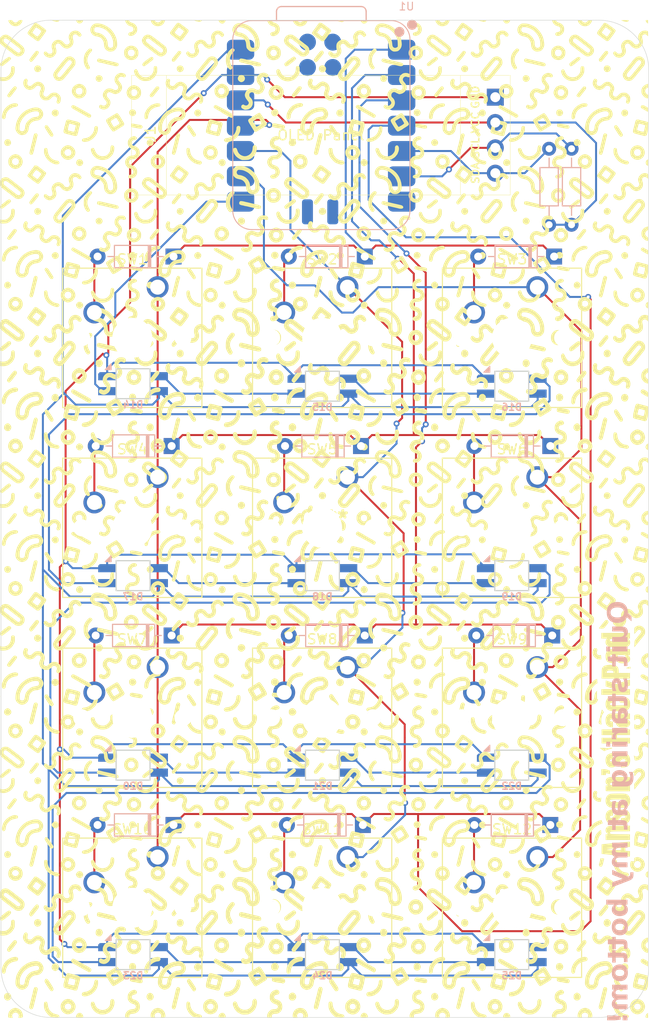
<source format=kicad_pcb>
(kicad_pcb (version 20240108) (generator "pcbnew") (generator_version "8.0")
  (title_block (title "Anson's HackPad") (date "2025-02-15") (rev "v1.0") (company "Anson"))
  (layers (0 "F.Cu" signal) (31 "B.Cu" signal) (34 "B.Paste" user) (35 "F.Paste" user) (36 "B.SilkS" user "B.Silkscreen") (37 "F.SilkS" user "F.Silkscreen") (38 "B.Mask" user) (39 "F.Mask" user) (44 "Edge.Cuts" user))
  (net 0 "")
  (net 1 "ROW 1")
  (net 2 "Net-(D2-A)")
  (net 3 "Net-(D3-A)")
  (net 4 "Net-(D4-A)")
  (net 5 "Net-(D5-A)")
  (net 6 "ROW 2")
  (net 7 "Net-(D6-A)")
  (net 8 "Net-(D7-A)")
  (net 9 "ROW 3")
  (net 10 "Net-(D8-A)")
  (net 11 "Net-(D9-A)")
  (net 12 "Net-(D10-A)")
  (net 13 "Net-(D11-A)")
  (net 14 "ROW 4")
  (net 15 "Net-(D12-A)")
  (net 16 "Net-(D13-A)")
  (net 17 "+5V")
  (net 18 "Net-(D14-DOUT)")
  (net 19 "LEDPIN")
  (net 20 "GND")
  (net 21 "Net-(D15-DOUT)")
  (net 22 "Net-(D16-DOUT)")
  (net 23 "Net-(D17-DOUT)")
  (net 24 "Net-(D18-DOUT)")
  (net 25 "Net-(D19-DOUT)")
  (net 26 "Net-(D20-DOUT)")
  (net 27 "Net-(D21-DOUT)")
  (net 28 "Net-(D22-DOUT)")
  (net 29 "Net-(D23-DOUT)")
  (net 31 "SCL")
  (net 32 "SDA")
  (net 33 "+3V3")
  (net 34 "COL 1")
  (net 35 "COL 2")
  (net 36 "COL 3")
  (net 38 "Net-(D24-DOUT)")
  (footprint "OLED:SSD1306-0.91-OLED-4pin-128x32" (layer "F.Cu") (at 66.6 30.83)
    (property "Reference" "J1")
    (property "Value" "SSD1306_128x64")
  )
  (footprint "Battery:Anson_Switch" (layer "F.Cu") (at 69.215 71.12)
    (property "Reference" "SW4")
    (property "Value" "SW_Push_45deg")
  )
  (footprint "Battery:Anson_Switch" (layer "F.Cu") (at 107.315 90.17)
    (property "Reference" "SW9")
    (property "Value" "SW_Push_45deg")
  )
  (footprint "Battery:Anson_Switch" (layer "F.Cu") (at 88.265 90.17)
    (property "Reference" "SW8")
    (property "Value" "SW_Push_45deg")
  )
  (footprint "Battery:Anson_Switch" (layer "F.Cu") (at 88.265 71.12)
    (property "Reference" "SW5")
    (property "Value" "SW_Push_45deg")
  )
  (footprint "Battery:Anson_Switch" (layer "F.Cu") (at 107.315 52.07)
    (property "Reference" "SW3")
    (property "Value" "SW_Push_45deg")
  )
  (footprint "Battery:Front" (layer "F.Cu") (at 85.9 75.3)
    (property "Reference" "G***")
    (property "Value" "LOGO" (hide yes))
  )
  (footprint "Battery:Anson_Switch" (layer "F.Cu") (at 107.315 71.12)
    (property "Reference" "SW6")
    (property "Value" "SW_Push_45deg")
  )
  (footprint "Battery:Anson_Switch" (layer "F.Cu") (at 88.265 109.22)
    (property "Reference" "SW11")
    (property "Value" "SW_Push_45deg")
  )
  (footprint "Battery:Anson_Switch" (layer "F.Cu") (at 69.215 109.22)
    (property "Reference" "SW10")
    (property "Value" "SW_Push_45deg")
  )
  (footprint "Battery:Anson_Switch" (layer "F.Cu") (at 107.315 109.22)
    (property "Reference" "SW12")
    (property "Value" "SW_Push_45deg")
  )
  (footprint "Battery:Anson_Switch" (layer "F.Cu") (at 88.265 52.07)
    (property "Reference" "SW2")
    (property "Value" "SW_Push_45deg")
  )
  (footprint "Battery:Anson_Switch" (layer "F.Cu") (at 69.215 52.07)
    (property "Reference" "SW1")
    (property "Value" "SW_Push_45deg")
  )
  (footprint "Battery:Anson_Switch" (layer "F.Cu") (at 69.215 90.17)
    (property "Reference" "SW7")
    (property "Value" "SW_Push_45deg")
  )
  (footprint "Battery:SK6812MINI-E" (layer "B.Cu") (at 104.75 100 180)
    (property "Reference" "D22")
    (property "Value" "SK6812MINI" (hide yes))
    (fp_line (start 1.7 1.5) (end -1.7 1.5) (stroke (width 0.12)) (layer "Edge.Cuts"))
    (fp_line (start 1.7 -1.5) (end 1.7 1.5) (stroke (width 0.12)) (layer "Edge.Cuts"))
    (fp_line (start -1.7 1.5) (end -1.7 -1.5) (stroke (width 0.12)) (layer "Edge.Cuts"))
    (fp_line (start -1.7 -1.5) (end 1.7 -1.5) (stroke (width 0.12)) (layer "Edge.Cuts"))
  )
  (footprint "Diode_THT:D_DO-35_SOD27_P7.62mm_Horizontal" (layer "B.Cu") (at 90 49 180)
    (property "Reference" "D3" (hide yes))
    (property "Value" "1N4148" (hide yes))
  )
  (footprint "Diode_THT:D_DO-35_SOD27_P7.62mm_Horizontal" (layer "B.Cu") (at 70.62 68 180)
    (property "Reference" "D5" (hide yes))
    (property "Value" "1N4148" (hide yes))
  )
  (footprint "Diode_THT:D_DO-35_SOD27_P7.62mm_Horizontal" (layer "B.Cu") (at 108.62 106 180)
    (property "Reference" "D13" (hide yes))
    (property "Value" "1N4148" (hide yes))
  )
  (footprint "Diode_THT:D_DO-35_SOD27_P7.62mm_Horizontal" (layer "B.Cu") (at 70.62 87 180)
    (property "Reference" "D8" (hide yes))
    (property "Value" "1N4148" (hide yes))
  )
  (footprint "Battery:SK6812MINI-E" (layer "B.Cu") (at 85.75 119 180)
    (property "Reference" "D24")
    (property "Value" "SK6812MINI" (hide yes))
    (fp_line (start 1.7 1.5) (end -1.7 1.5) (stroke (width 0.12)) (layer "Edge.Cuts"))
    (fp_line (start 1.7 -1.5) (end 1.7 1.5) (stroke (width 0.12)) (layer "Edge.Cuts"))
    (fp_line (start -1.7 1.5) (end -1.7 -1.5) (stroke (width 0.12)) (layer "Edge.Cuts"))
    (fp_line (start -1.7 -1.5) (end 1.7 -1.5) (stroke (width 0.12)) (layer "Edge.Cuts"))
  )
  (footprint "Diode_THT:D_DO-35_SOD27_P7.62mm_Horizontal" (layer "B.Cu") (at 108.81 87 180)
    (property "Reference" "D10" (hide yes))
    (property "Value" "1N4148" (hide yes))
  )
  (footprint "Battery:SK6812MINI-E" (layer "B.Cu") (at 85.75 81 180)
    (property "Reference" "D18")
    (property "Value" "SK6812MINI" (hide yes))
    (fp_line (start 1.7 1.5) (end -1.7 1.5) (stroke (width 0.12)) (layer "Edge.Cuts"))
    (fp_line (start 1.7 -1.5) (end 1.7 1.5) (stroke (width 0.12)) (layer "Edge.Cuts"))
    (fp_line (start -1.7 1.5) (end -1.7 -1.5) (stroke (width 0.12)) (layer "Edge.Cuts"))
    (fp_line (start -1.7 -1.5) (end 1.7 -1.5) (stroke (width 0.12)) (layer "Edge.Cuts"))
  )
  (footprint "Diode_THT:D_DO-35_SOD27_P7.62mm_Horizontal" (layer "B.Cu") (at 89.62 68 180)
    (property "Reference" "D6" (hide yes))
    (property "Value" "1N4148" (hide yes))
  )
  (footprint "Battery:SK6812MINI-E" (layer "B.Cu") (at 104.75 81 180)
    (property "Reference" "D19")
    (property "Value" "SK6812MINI" (hide yes))
    (fp_line (start 1.7 1.5) (end -1.7 1.5) (stroke (width 0.12)) (layer "Edge.Cuts"))
    (fp_line (start 1.7 -1.5) (end 1.7 1.5) (stroke (width 0.12)) (layer "Edge.Cuts"))
    (fp_line (start -1.7 1.5) (end -1.7 -1.5) (stroke (width 0.12)) (layer "Edge.Cuts"))
    (fp_line (start -1.7 -1.5) (end 1.7 -1.5) (stroke (width 0.12)) (layer "Edge.Cuts"))
  )
  (footprint "Resistor_THT:R_Axial_DIN0204_L3.6mm_D1.6mm_P7.62mm_Horizontal" (layer "B.Cu") (at 110.75 38.19 -90)
    (property "Reference" "R1" (hide yes))
    (property "Value" "4.7k" (hide yes))
  )
  (footprint "Diode_THT:D_DO-35_SOD27_P7.62mm_Horizontal" (layer "B.Cu") (at 70.81 106 180)
    (property "Reference" "D11" (hide yes))
    (property "Value" "1N4148" (hide yes))
  )
  (footprint "Resistor_THT:R_Axial_DIN0204_L3.6mm_D1.6mm_P7.62mm_Horizontal" (layer "B.Cu") (at 108.5 38.19 -90)
    (property "Reference" "R2" (hide yes))
    (property "Value" "4.7k" (hide yes))
  )
  (footprint "Battery:SK6812MINI-E" (layer "B.Cu") (at 104.75 119 180)
    (property "Reference" "D25")
    (property "Value" "SK6812MINI" (hide yes))
    (fp_line (start 1.7 1.5) (end -1.7 1.5) (stroke (width 0.12)) (layer "Edge.Cuts"))
    (fp_line (start 1.7 -1.5) (end 1.7 1.5) (stroke (width 0.12)) (layer "Edge.Cuts"))
    (fp_line (start -1.7 1.5) (end -1.7 -1.5) (stroke (width 0.12)) (layer "Edge.Cuts"))
    (fp_line (start -1.7 -1.5) (end 1.7 -1.5) (stroke (width 0.12)) (layer "Edge.Cuts"))
  )
  (footprint "Battery:SK6812MINI-E" (layer "B.Cu") (at 66.75 100 180)
    (property "Reference" "D20")
    (property "Value" "SK6812MINI" (hide yes))
    (fp_line (start 1.7 1.5) (end -1.7 1.5) (stroke (width 0.12)) (layer "Edge.Cuts"))
    (fp_line (start 1.7 -1.5) (end 1.7 1.5) (stroke (width 0.12)) (layer "Edge.Cuts"))
    (fp_line (start -1.7 1.5) (end -1.7 -1.5) (stroke (width 0.12)) (layer "Edge.Cuts"))
    (fp_line (start -1.7 -1.5) (end 1.7 -1.5) (stroke (width 0.12)) (layer "Edge.Cuts"))
  )
  (footprint "Diode_THT:D_DO-35_SOD27_P7.62mm_Horizontal" (layer "B.Cu") (at 108.62 68 180)
    (property "Reference" "D7" (hide yes))
    (property "Value" "1N4148" (hide yes))
  )
  (footprint "Battery:SK6812MINI-E" (layer "B.Cu") (at 104.75 62 180)
    (property "Reference" "D16")
    (property "Value" "SK6812MINI" (hide yes))
    (fp_line (start 1.7 1.5) (end -1.7 1.5) (stroke (width 0.12)) (layer "Edge.Cuts"))
    (fp_line (start 1.7 -1.5) (end 1.7 1.5) (stroke (width 0.12)) (layer "Edge.Cuts"))
    (fp_line (start -1.7 1.5) (end -1.7 -1.5) (stroke (width 0.12)) (layer "Edge.Cuts"))
    (fp_line (start -1.7 -1.5) (end 1.7 -1.5) (stroke (width 0.12)) (layer "Edge.Cuts"))
  )
  (footprint "Battery:SK6812MINI-E" (layer "B.Cu") (at 85.75 62 180)
    (property "Reference" "D15")
    (property "Value" "SK6812MINI" (hide yes))
    (fp_line (start 1.7 1.5) (end -1.7 1.5) (stroke (width 0.12)) (layer "Edge.Cuts"))
    (fp_line (start 1.7 -1.5) (end 1.7 1.5) (stroke (width 0.12)) (layer "Edge.Cuts"))
    (fp_line (start -1.7 1.5) (end -1.7 -1.5) (stroke (width 0.12)) (layer "Edge.Cuts"))
    (fp_line (start -1.7 -1.5) (end 1.7 -1.5) (stroke (width 0.12)) (layer "Edge.Cuts"))
  )
  (footprint "OPL:XIAO-RP2040-SMD" (layer "B.Cu") (at 85.702 35.878 180)
    (property "Reference" "U1")
    (property "Value" "XIAO-RP2040-DIP")
  )
  (footprint "Battery:SK6812MINI-E" (layer "B.Cu") (at 85.75 100 180)
    (property "Reference" "D21")
    (property "Value" "SK6812MINI" (hide yes))
    (fp_line (start 1.7 1.5) (end -1.7 1.5) (stroke (width 0.12)) (layer "Edge.Cuts"))
    (fp_line (start 1.7 -1.5) (end 1.7 1.5) (stroke (width 0.12)) (layer "Edge.Cuts"))
    (fp_line (start -1.7 1.5) (end -1.7 -1.5) (stroke (width 0.12)) (layer "Edge.Cuts"))
    (fp_line (start -1.7 -1.5) (end 1.7 -1.5) (stroke (width 0.12)) (layer "Edge.Cuts"))
  )
  (footprint "Battery:SK6812MINI-E" (layer "B.Cu") (at 66.75 119 180)
    (property "Reference" "D23")
    (property "Value" "SK6812MINI" (hide yes))
    (fp_line (start 1.7 1.5) (end -1.7 1.5) (stroke (width 0.12)) (layer "Edge.Cuts"))
    (fp_line (start 1.7 -1.5) (end 1.7 1.5) (stroke (width 0.12)) (layer "Edge.Cuts"))
    (fp_line (start -1.7 1.5) (end -1.7 -1.5) (stroke (width 0.12)) (layer "Edge.Cuts"))
    (fp_line (start -1.7 -1.5) (end 1.7 -1.5) (stroke (width 0.12)) (layer "Edge.Cuts"))
  )
  (footprint "Diode_THT:D_DO-35_SOD27_P7.62mm_Horizontal" (layer "B.Cu") (at 90 87 180)
    (property "Reference" "D9" (hide yes))
    (property "Value" "1N4148" (hide yes))
  )
  (footprint "Battery:SK6812MINI-E" (layer "B.Cu") (at 66.75 81 180)
    (property "Reference" "D17")
    (property "Value" "SK6812MINI" (hide yes))
    (fp_line (start 1.7 1.5) (end -1.7 1.5) (stroke (width 0.12)) (layer "Edge.Cuts"))
    (fp_line (start 1.7 -1.5) (end 1.7 1.5) (stroke (width 0.12)) (layer "Edge.Cuts"))
    (fp_line (start -1.7 1.5) (end -1.7 -1.5) (stroke (width 0.12)) (layer "Edge.Cuts"))
    (fp_line (start -1.7 -1.5) (end 1.7 -1.5) (stroke (width 0.12)) (layer "Edge.Cuts"))
  )
  (footprint "Battery:SK6812MINI-E" (layer "B.Cu") (at 66.75 61.75 180)
    (property "Reference" "D14")
    (property "Value" "SK6812MINI" (hide yes))
    (fp_line (start 1.7 1.5) (end -1.7 1.5) (stroke (width 0.12)) (layer "Edge.Cuts"))
    (fp_line (start 1.7 -1.5) (end 1.7 1.5) (stroke (width 0.12)) (layer "Edge.Cuts"))
    (fp_line (start -1.7 1.5) (end -1.7 -1.5) (stroke (width 0.12)) (layer "Edge.Cuts"))
    (fp_line (start -1.7 -1.5) (end 1.7 -1.5) (stroke (width 0.12)) (layer "Edge.Cuts"))
  )
  (footprint "Diode_THT:D_DO-35_SOD27_P7.62mm_Horizontal" (layer "B.Cu") (at 89.81 106 180)
    (property "Reference" "D12" (hide yes))
    (property "Value" "1N4148" (hide yes))
  )
  (footprint "Diode_THT:D_DO-35_SOD27_P7.62mm_Horizontal" (layer "B.Cu") (at 109 49 180)
    (property "Reference" "D4" (hide yes))
    (property "Value" "1N4148" (hide yes))
  )
  (footprint "Diode_THT:D_DO-35_SOD27_P7.62mm_Horizontal" (layer "B.Cu") (at 70.81 49 180)
    (property "Reference" "D2" (hide yes))
    (property "Value" "1N4148" (hide yes))
  )
  (gr_line (start 53.5 30.3) (end 53.5 120.3) (stroke (width 0.05)) (layer "Edge.Cuts"))
  (gr_line (start 118.5 120.3) (end 118.5 30.3) (stroke (width 0.05)) (layer "Edge.Cuts"))
  (gr_line (start 58.5 125.3) (end 113.5 125.3) (stroke (width 0.05)) (layer "Edge.Cuts"))
  (gr_arc (start 53.5 30.3) (mid 54.964466 26.764466) (end 58.5 25.3) (stroke (width 0.05)) (layer "Edge.Cuts"))
  (gr_line (start 113.5 25.3) (end 58.5 25.3) (stroke (width 0.05)) (layer "Edge.Cuts"))
  (gr_arc (start 113.5 25.3) (mid 117.035534 26.764466) (end 118.5 30.3) (stroke (width 0.05)) (layer "Edge.Cuts"))
  (gr_arc (start 118.5 120.3) (mid 117.035534 123.835534) (end 113.5 125.3) (stroke (width 0.05)) (layer "Edge.Cuts"))
  (gr_arc (start 58.5 125.3) (mid 54.964466 123.835534) (end 53.5 120.3) (stroke (width 0.05)) (layer "Edge.Cuts"))
  (gr_text "Quit staring at my bottom!" (at 116.7 83.5 90) (layer "B.SilkS") (effects (font (size 2 2) (thickness 0.1)) (justify left bottom mirror)))
  (segment (start 88.9 47.9) (end 90 49) (width 0.2) (layer "F.Cu") (net 1))
  (segment (start 71.91 47.9) (end 88.9 47.9) (width 0.2) (layer "F.Cu") (net 1))
  (segment (start 70.81 49) (end 71.91 47.9) (width 0.2) (layer "F.Cu") (net 1))
  (segment (start 90 49) (end 91.1 47.9) (width 0.2) (layer "F.Cu") (net 1))
  (segment (start 91.1 47.9) (end 107.9 47.9) (width 0.2) (layer "F.Cu") (net 1))
  (segment (start 107.9 47.9) (end 109 49) (width 0.2) (layer "F.Cu") (net 1))
  (segment (start 88.992 28.258) (end 93.702 28.258) (width 0.2) (layer "B.Cu") (net 1))
  (segment (start 90 49) (end 90 48.49) (width 0.2) (layer "B.Cu") (net 1))
  (segment (start 88.09 46.58) (end 88.09 29.16) (width 0.2) (layer "B.Cu") (net 1))
  (segment (start 88.09 29.16) (end 88.992 28.258) (width 0.2) (layer "B.Cu") (net 1))
  (segment (start 90 48.49) (end 88.09 46.58) (width 0.2) (layer "B.Cu") (net 1))
  (segment (start 62.865 54.61) (end 62.865 49.325) (width 0.2) (layer "F.Cu") (net 2))
  (segment (start 62.865 49.325) (end 63.19 49) (width 0.2) (layer "F.Cu") (net 2))
  (segment (start 81.915 49.465) (end 82.38 49) (width 0.2) (layer "F.Cu") (net 3))
  (segment (start 81.915 54.61) (end 81.915 49.465) (width 0.2) (layer "F.Cu") (net 3))
  (segment (start 100.965 49.415) (end 101.38 49) (width 0.2) (layer "F.Cu") (net 4))
  (segment (start 100.965 54.61) (end 100.965 49.415) (width 0.2) (layer "F.Cu") (net 4))
  (segment (start 62.865 68.135) (end 63 68) (width 0.2) (layer "F.Cu") (net 5))
  (segment (start 62.865 73.66) (end 62.865 68.135) (width 0.2) (layer "F.Cu") (net 5))
  (segment (start 93.59 49.39) (end 93.42 49.22) (width 0.2) (layer "F.Cu") (net 6))
  (segment (start 88.52 66.9) (end 89.62 68) (width 0.2) (layer "F.Cu") (net 6))
  (segment (start 94.92 66.9) (end 94.92 50.72) (width 0.2) (layer "F.Cu") (net 6))
  (segment (start 70.62 68) (end 71.72 66.9) (width 0.2) (layer "F.Cu") (net 6))
  (segment (start 94.92 66.9) (end 107.52 66.9) (width 0.2) (layer "F.Cu") (net 6))
  (segment (start 90.72 66.9) (end 94.92 66.9) (width 0.2) (layer "F.Cu") (net 6))
  (segment (start 71.72 66.9) (end 88.52 66.9) (width 0.2) (layer "F.Cu") (net 6))
  (segment (start 94.92 50.72) (end 93.59 49.39) (width 0.2) (layer "F.Cu") (net 6))
  (segment (start 93.42 49.22) (end 93.3 49.22) (width 0.2) (layer "F.Cu") (net 6))
  (segment (start 107.52 66.9) (end 108.62 68) (width 0.2) (layer "F.Cu") (net 6))
  (segment (start 89.62 68) (end 90.72 66.9) (width 0.2) (layer "F.Cu") (net 6))
  (via (at 93.3 49.22) (size 0.6) (drill 0.3) (layers "F.Cu" "B.Cu") (net 6))
  (segment (start 91.46 47.38) (end 93.3 49.22) (width 0.2) (layer "B.Cu") (net 6))
  (segment (start 88.72 45.46) (end 90.64 47.38) (width 0.2) (layer "B.Cu") (net 6))
  (segment (start 88.72 45.46) (end 88.72 32.12) (width 0.2) (layer "B.Cu") (net 6))
  (segment (start 88.72 32.12) (end 90.042 30.798) (width 0.2) (layer "B.Cu") (net 6))
  (segment (start 90.64 47.38) (end 91.46 47.38) (width 0.2) (layer "B.Cu") (net 6))
  (segment (start 90.042 30.798) (end 93.702 30.798) (width 0.2) (layer "B.Cu") (net 6))
  (segment (start 81.915 68.085) (end 82 68) (width 0.2) (layer "F.Cu") (net 7))
  (segment (start 81.915 73.66) (end 81.915 68.085) (width 0.2) (layer "F.Cu") (net 7))
  (segment (start 100.965 73.66) (end 100.965 68.035) (width 0.2) (layer "F.Cu") (net 8))
  (segment (start 100.965 68.035) (end 101 68) (width 0.2) (layer "F.Cu") (net 8))
  (segment (start 107.71 85.9) (end 108.81 87) (width 0.2) (layer "F.Cu") (net 9))
  (segment (start 96.12 65.83) (end 96.12 50.62) (width 0.2) (layer "F.Cu") (net 9))
  (segment (start 96.12 50.62) (end 94.19 48.69) (width 0.2) (layer "F.Cu") (net 9))
  (segment (start 88.9 85.9) (end 90 87) (width 0.2) (layer "F.Cu") (net 9))
  (segment (start 95.14 85.9) (end 107.71 85.9) (width 0.2) (layer "F.Cu") (net 9))
  (segment (start 71.72 85.9) (end 88.9 85.9) (width 0.2) (layer "F.Cu") (net 9))
  (segment (start 90 87) (end 91.1 85.9) (width 0.2) (layer "F.Cu") (net 9))
  (segment (start 70.62 87) (end 71.72 85.9) (width 0.2) (layer "F.Cu") (net 9))
  (segment (start 91.1 85.9) (end 95.14 85.9) (width 0.2) (layer "F.Cu") (net 9))
  (segment (start 95.14 68.13) (end 95.75 67.52) (width 0.2) (layer "F.Cu") (net 9))
  (segment (start 95.14 85.9) (end 95.14 68.13) (width 0.2) (layer "F.Cu") (net 9))
  (via (at 96.12 65.83) (size 0.6) (drill 0.3) (layers "F.Cu" "B.Cu") (net 9))
  (via (at 95.75 67.52) (size 0.6) (drill 0.3) (layers "F.Cu" "B.Cu") (net 9))
  (via (at 94.19 48.69) (size 0.6) (drill 0.3) (layers "F.Cu" "B.Cu") (net 9))
  (segment (start 95.75 66.2) (end 96.12 65.83) (width 0.2) (layer "B.Cu") (net 9))
  (segment (start 89.47 34.04) (end 90.172 33.338) (width 0.2) (layer "B.Cu") (net 9))
  (segment (start 90.172 33.338) (end 93.702 33.338) (width 0.2) (layer "B.Cu") (net 9))
  (segment (start 89.47 43.97) (end 89.47 34.04) (width 0.2) (layer "B.Cu") (net 9))
  (segment (start 95.75 67.52) (end 95.75 66.2) (width 0.2) (layer "B.Cu") (net 9))
  (segment (start 94.19 48.69) (end 89.47 43.97) (width 0.2) (layer "B.Cu") (net 9))
  (segment (start 62.865 87.135) (end 63 87) (width 0.2) (layer "F.Cu") (net 10))
  (segment (start 62.865 92.71) (end 62.865 87.135) (width 0.2) (layer "F.Cu") (net 10))
  (segment (start 81.915 92.71) (end 81.915 87.465) (width 0.2) (layer "F.Cu") (net 11))
  (segment (start 81.915 87.465) (end 82.38 87) (width 0.2) (layer "F.Cu") (net 11))
  (segment (start 100.965 87.225) (end 101.19 87) (width 0.2) (layer "F.Cu") (net 12))
  (segment (start 100.965 92.71) (end 100.965 87.225) (width 0.2) (layer "F.Cu") (net 12))
  (segment (start 62.865 106.325) (end 63.19 106) (width 0.2) (layer "F.Cu") (net 13))
  (segment (start 62.865 111.76) (end 62.865 106.325) (width 0.2) (layer "F.Cu") (net 13))
  (segment (start 111.66 116.65) (end 112.66 115.65) (width 0.2) (layer "F.Cu") (net 14))
  (segment (start 99.77 116.65) (end 111.66 116.65) (width 0.2) (layer "F.Cu") (net 14))
  (segment (start 112.66 53.29) (end 112.42 53.05) (width 0.2) (layer "F.Cu") (net 14))
  (segment (start 95.35 104.9) (end 95.35 112.23) (width 0.2) (layer "F.Cu") (net 14))
  (segment (start 88.71 104.9) (end 89.81 106) (width 0.2) (layer "F.Cu") (net 14))
  (segment (start 95.35 112.23) (end 99.21 116.09) (width 0.2) (layer "F.Cu") (net 14))
  (segment (start 112.66 115.65) (end 112.66 53.29) (width 0.2) (layer "F.Cu") (net 14))
  (segment (start 71.91 104.9) (end 88.71 104.9) (width 0.2) (layer "F.Cu") (net 14))
  (segment (start 107.52 104.9) (end 108.62 106) (width 0.2) (layer "F.Cu") (net 14))
  (segment (start 95.35 104.9) (end 107.52 104.9) (width 0.2) (layer "F.Cu") (net 14))
  (segment (start 99.21 116.09) (end 99.77 116.65) (width 0.2) (layer "F.Cu") (net 14))
  (segment (start 89.81 106) (end 90.91 104.9) (width 0.2) (layer "F.Cu") (net 14))
  (segment (start 90.91 104.9) (end 95.35 104.9) (width 0.2) (layer "F.Cu") (net 14))
  (segment (start 70.81 106) (end 71.91 104.9) (width 0.2) (layer "F.Cu") (net 14))
  (via (at 112.42 53.05) (size 0.6) (drill 0.3) (layers "F.Cu" "B.Cu") (net 14))
  (segment (start 94.14 47.07) (end 90.39 43.32) (width 0.2) (layer "B.Cu") (net 14))
  (segment (start 90.39 36.28) (end 90.792 35.878) (width 0.2) (layer "B.Cu") (net 14))
  (segment (start 112.42 53.05) (end 110.58 53.05) (width 0.2) (layer "B.Cu") (net 14))
  (segment (start 110.58 53.05) (end 104.6 47.07) (width 0.2) (layer "B.Cu") (net 14))
  (segment (start 90.39 43.32) (end 90.39 36.28) (width 0.2) (layer "B.Cu") (net 14))
  (segment (start 90.792 35.878) (end 93.702 35.878) (width 0.2) (layer "B.Cu") (net 14))
  (segment (start 104.6 47.07) (end 94.14 47.07) (width 0.2) (layer "B.Cu") (net 14))
  (segment (start 81.915 111.76) (end 81.915 106.275) (width 0.2) (layer "F.Cu") (net 15))
  (segment (start 81.915 106.275) (end 82.19 106) (width 0.2) (layer "F.Cu") (net 15))
  (segment (start 100.965 106.035) (end 101 106) (width 0.2) (layer "F.Cu") (net 16))
  (segment (start 100.965 111.76) (end 100.965 106.035) (width 0.2) (layer "F.Cu") (net 16))
  (segment (start 60.424314 83.1) (end 68.698528 83.1) (width 0.2) (layer "B.Cu") (net 17))
  (segment (start 76.332 28.258) (end 59.7 44.89) (width 0.2) (layer "B.Cu") (net 17))
  (segment (start 107.35 120.45) (end 107.35 119.75) (width 0.2) (layer "B.Cu") (net 17))
  (segment (start 57.7 80.375686) (end 60.424314 83.1) (width 0.2) (layer "B.Cu") (net 17))
  (segment (start 88.35 101.46) (end 88.35 100.75) (width 0.2) (layer "B.Cu") (net 17))
  (segment (start 69.35 120.448528) (end 69.35 119.75) (width 0.2) (layer "B.Cu") (net 17))
  (segment (start 60.034314 121.1) (end 68.698528 121.1) (width 0.2) (layer "B.Cu") (net 17))
  (segment (start 87.71 102.1) (end 88.35 101.46) (width 0.2) (layer "B.Cu") (net 17))
  (segment (start 106.7 121.1) (end 107.35 120.45) (width 0.2) (layer "B.Cu") (net 17))
  (segment (start 57.7 64.83) (end 57.7 80.375686) (width 0.2) (layer "B.Cu") (net 17))
  (segment (start 69.35 63.198528) (end 69.35 62.5) (width 0.2) (layer "B.Cu") (net 17))
  (segment (start 88.35 119.75) (end 89.7 121.1) (width 0.2) (layer "B.Cu") (net 17))
  (segment (start 88.35 62.75) (end 89.7 64.1) (width 0.2) (layer "B.Cu") (net 17))
  (segment (start 88.35 120.46) (end 88.35 119.75) (width 0.2) (layer "B.Cu") (net 17))
  (segment (start 107.35 82.46) (end 107.35 81.75) (width 0.2) (layer "B.Cu") (net 17))
  (segment (start 77.537 28.258) (end 76.332 28.258) (width 0.2) (layer "B.Cu") (net 17))
  (segment (start 68.698528 83.1) (end 69.35 82.448528) (width 0.2) (layer "B.Cu") (net 17))
  (segment (start 60.98 63.85) (end 68.698528 63.85) (width 0.2) (layer "B.Cu") (net 17))
  (segment (start 89.7 102.1) (end 106.698528 102.1) (width 0.2) (layer "B.Cu") (net 17))
  (segment (start 57.7 99.825686) (end 59.974314 102.1) (width 0.2) (layer "B.Cu") (net 17))
  (segment (start 69.35 82.448528) (end 69.35 81.75) (width 0.2) (layer "B.Cu") (net 17))
  (segment (start 69.35 119.75) (end 70.7 121.1) (width 0.2) (layer "B.Cu") (net 17))
  (segment (start 59.7 62.57) (end 59.83 62.7) (width 0.2) (layer "B.Cu") (net 17))
  (segment (start 68.698528 102.1) (end 69.35 101.448528) (width 0.2) (layer "B.Cu") (net 17))
  (segment (start 106.71 83.1) (end 107.35 82.46) (width 0.2) (layer "B.Cu") (net 17))
  (segment (start 107.35 101.448528) (end 107.35 100.75) (width 0.2) (layer "B.Cu") (net 17))
  (segment (start 89.7 64.1) (end 106.698528 64.1) (width 0.2) (layer "B.Cu") (net 17))
  (segment (start 87.698528 64.1) (end 88.35 63.448528) (width 0.2) (layer "B.Cu") (net 17))
  (segment (start 70.7 102.1) (end 87.71 102.1) (width 0.2) (layer "B.Cu") (net 17))
  (segment (start 59.974314 102.1) (end 68.698528 102.1) (width 0.2) (layer "B.Cu") (net 17))
  (segment (start 70.95 64.1) (end 87.698528 64.1) (width 0.2) (layer "B.Cu") (net 17))
  (segment (start 107.35 63.448528) (end 107.35 62.75) (width 0.2) (layer "B.Cu") (net 17))
  (segment (start 89.7 121.1) (end 106.7 121.1) (width 0.2) (layer "B.Cu") (net 17))
  (segment (start 88.35 81.75) (end 89.7 83.1) (width 0.2) (layer "B.Cu") (net 17))
  (segment (start 57.7 80.375686) (end 57.7 99.825686) (width 0.2) (layer "B.Cu") (net 17))
  (segment (start 59.7 44.89) (end 59.7 62.57) (width 0.2) (layer "B.Cu") (net 17))
  (segment (start 58.28 100.405686) (end 58.28 119.345686) (width 0.2) (layer "B.Cu") (net 17))
  (segment (start 87.71 121.1) (end 88.35 120.46) (width 0.2) (layer "B.Cu") (net 17))
  (segment (start 68.698528 121.1) (end 69.35 120.448528) (width 0.2) (layer "B.Cu") (net 17))
  (segment (start 70.7 83.1) (end 87.79 83.1) (width 0.2) (layer "B.Cu") (net 17))
  (segment (start 69.35 62.5) (end 70.95 64.1) (width 0.2) (layer "B.Cu") (net 17))
  (segment (start 88.35 63.448528) (end 88.35 62.75) (width 0.2) (layer "B.Cu") (net 17))
  (segment (start 57.7 99.825686) (end 58.28 100.405686) (width 0.2) (layer "B.Cu") (net 17))
  (segment (start 87.79 83.1) (end 88.35 82.54) (width 0.2) (layer "B.Cu") (net 17))
  (segment (start 59.83 62.7) (end 57.7 64.83) (width 0.2) (layer "B.Cu") (net 17))
  (segment (start 58.28 119.345686) (end 60.034314 121.1) (width 0.2) (layer "B.Cu") (net 17))
  (segment (start 68.698528 63.85) (end 69.35 63.198528) (width 0.2) (layer "B.Cu") (net 17))
  (segment (start 106.698528 64.1) (end 107.35 63.448528) (width 0.2) (layer "B.Cu") (net 17))
  (segment (start 69.35 100.75) (end 70.7 102.1) (width 0.2) (layer "B.Cu") (net 17))
  (segment (start 106.698528 102.1) (end 107.35 101.448528) (width 0.2) (layer "B.Cu") (net 17))
  (segment (start 88.35 100.75) (end 89.7 102.1) (width 0.2) (layer "B.Cu") (net 17))
  (segment (start 69.35 81.75) (end 70.7 83.1) (width 0.2) (layer "B.Cu") (net 17))
  (segment (start 88.35 82.54) (end 88.35 81.75) (width 0.2) (layer "B.Cu") (net 17))
  (segment (start 69.35 101.448528) (end 69.35 100.75) (width 0.2) (layer "B.Cu") (net 17))
  (segment (start 89.7 83.1) (end 106.71 83.1) (width 0.2) (layer "B.Cu") (net 17))
  (segment (start 59.83 62.7) (end 60.98 63.85) (width 0.2) (layer "B.Cu") (net 17))
  (segment (start 70.7 121.1) (end 87.71 121.1) (width 0.2) (layer "B.Cu") (net 17))
  (segment (start 71.51 62.75) (end 83.15 62.75) (width 0.2) (layer "B.Cu") (net 18))
  (segment (start 69.51 61.02) (end 69.78 61.02) (width 0.2) (layer "B.Cu") (net 18))
  (segment (start 69.49 61) (end 69.51 61.02) (width 0.2) (layer "B.Cu") (net 18))
  (segment (start 69.78 61.02) (end 71.51 62.75) (width 0.2) (layer "B.Cu") (net 18))
  (segment (start 69.35 61) (end 69.49 61) (width 0.2) (layer "B.Cu") (net 18))
  (segment (start 62.95 56.99) (end 64.97 54.97) (width 0.2) (layer "B.Cu") (net 19))
  (segment (start 63.66 62.5) (end 62.95 61.79) (width 0.2) (layer "B.Cu") (net 19))
  (segment (start 64.97 52.64) (end 74.112 43.498) (width 0.2) (layer "B.Cu") (net 19))
  (segment (start 74.112 43.498) (end 77.537 43.498) (width 0.2) (layer "B.Cu") (net 19))
  (segment (start 64.15 62.5) (end 63.66 62.5) (width 0.2) (layer "B.Cu") (net 19))
  (segment (start 62.95 61.79) (end 62.95 56.99) (width 0.2) (layer "B.Cu") (net 19))
  (segment (start 64.97 54.97) (end 64.97 52.64) (width 0.2) (layer "B.Cu") (net 19))
  (segment (start 64.8 55.25) (end 66.45 53.6) (width 0.2) (layer "F.Cu") (net 20))
  (segment (start 59.4 98.42) (end 59.4 80.14) (width 0.2) (layer "F.Cu") (net 20))
  (segment (start 66.45 40.01) (end 73.84 32.62) (width 0.2) (layer "F.Cu") (net 20))
  (segment (start 64.265 55.785) (end 64.8 55.25) (width 0.2) (layer "F.Cu") (net 20))
  (segment (start 59.98 62.49) (end 63.72 58.75) (width 0.2) (layer "F.Cu") (net 20))
  (segment (start 59.4 117.47) (end 59.4 98.42) (width 0.2) (layer "F.Cu") (net 20))
  (segment (start 66.45 48.04) (end 66.45 40.01) (width 0.2) (layer "F.Cu") (net 20))
  (segment (start 63.86 58.89) (end 64.07 58.89) (width 0.2) (layer "F.Cu") (net 20))
  (segment (start 59.98 79.56) (end 59.98 62.49) (width 0.2) (layer "F.Cu") (net 20))
  (segment (start 63.72 58.75) (end 63.86 58.89) (width 0.2) (layer "F.Cu") (net 20))
  (segment (start 81.98 33.02) (end 103.1 33.02) (width 0.2) (layer "F.Cu") (net 20))
  (segment (start 64.265 58.695) (end 64.265 55.785) (width 0.2) (layer "F.Cu") (net 20))
  (segment (start 59.86 117.93) (end 59.4 117.47) (width 0.2) (layer "F.Cu") (net 20))
  (segment (start 64.07 58.89) (end 64.265 58.695) (width 0.2) (layer "F.Cu") (net 20))
  (segment (start 66.45 53.6) (end 66.45 48.04) (width 0.2) (layer "F.Cu") (net 20))
  (segment (start 59.4 80.14) (end 59.98 79.56) (width 0.2) (layer "F.Cu") (net 20))
  (segment (start 80.21 31.25) (end 81.98 33.02) (width 0.2) (layer "F.Cu") (net 20))
  (via (at 73.84 32.62) (size 0.6) (drill 0.3) (layers "F.Cu" "B.Cu") (net 20))
  (via (at 80.21 31.25) (size 0.6) (drill 0.3) (layers "F.Cu" "B.Cu") (net 20))
  (via (at 59.98 79.56) (size 0.6) (drill 0.3) (layers "F.Cu" "B.Cu") (net 20))
  (via (at 59.4 98.42) (size 0.6) (drill 0.3) (layers "F.Cu" "B.Cu") (net 20))
  (via (at 64.07 58.89) (size 0.6) (drill 0.3) (layers "F.Cu" "B.Cu") (net 20))
  (via (at 59.86 117.93) (size 0.6) (drill 0.3) (layers "F.Cu" "B.Cu") (net 20))
  (segment (start 100.8 97.9) (end 102.15 99.25) (width 0.2) (layer "B.Cu") (net 20))
  (segment (start 60.18 118.25) (end 59.86 117.93) (width 0.2) (layer "B.Cu") (net 20))
  (segment (start 64.15 99.25) (end 64.15 98.551472) (width 0.2) (layer "B.Cu") (net 20))
  (segment (start 83.15 98.551472) (end 83.801472 97.9) (width 0.2) (layer "B.Cu") (net 20))
  (segment (start 60.61 99.25) (end 64.15 99.25) (width 0.2) (layer "B.Cu") (net 20))
  (segment (start 64.15 60.301472) (end 64.801472 59.65) (width 0.2) (layer "B.Cu") (net 20))
  (segment (start 60.67 80.25) (end 64.15 80.25) (width 0.2) (layer "B.Cu") (net 20))
  (segment (start 64.15 118.25) (end 64.15 117.551472) (width 0.2) (layer "B.Cu") (net 20))
  (segment (start 81.8 116.9) (end 83.15 118.25) (width 0.2) (layer "B.Cu") (net 20))
  (segment (start 77.537 30.798) (end 79.758 30.798) (width 0.2) (layer "B.Cu") (net 20))
  (segment (start 83.15 61.25) (end 83.15 60.551472) (width 0.2) (layer "B.Cu") (net 20))
  (segment (start 100.8 59.9) (end 102.15 61.25) (width 0.2) (layer "B.Cu") (net 20))
  (segment (start 83.15 80.25) (end 83.15 79.551472) (width 0.2) (layer "B.Cu") (net 20))
  (segment (start 64.07 58.89) (end 64.15 58.97) (width 0.2) (layer "B.Cu") (net 20))
  (segment (start 83.15 99.25) (end 83.15 98.551472) (width 0.2) (layer "B.Cu") (net 20))
  (segment (start 64.801472 116.9) (end 81.8 116.9) (width 0.2) (layer "B.Cu") (net 20))
  (segment (start 64.15 118.25) (end 60.18 118.25) (width 0.2) (layer "B.Cu") (net 20))
  (segment (start 64.15 98.551472) (end 64.801472 97.9) (width 0.2) (layer "B.Cu") (net 20))
  (segment (start 83.801472 116.9) (end 100.8 116.9) (width 0.2) (layer "B.Cu") (net 20))
  (segment (start 81.55 59.65) (end 83.15 61.25) (width 0.2) (layer "B.Cu") (net 20))
  (segment (start 64.801472 78.9) (end 81.8 78.9) (width 0.2) (layer "B.Cu") (net 20))
  (segment (start 64.801472 59.65) (end 81.55 59.65) (width 0.2) (layer "B.Cu") (net 20))
  (segment (start 83.15 79.551472) (end 83.841472 78.86) (width 0.2) (layer "B.Cu") (net 20))
  (segment (start 83.801472 59.9) (end 100.8 59.9) (width 0.2) (layer "B.Cu") (net 20))
  (segment (start 83.15 60.551472) (end 83.801472 59.9) (width 0.2) (layer "B.Cu") (net 20))
  (segment (start 64.15 80.25) (end 64.15 79.551472) (width 0.2) (layer "B.Cu") (net 20))
  (segment (start 59.4 98.42) (end 59.78 98.42) (width 0.2) (layer "B.Cu") (net 20))
  (segment (start 64.15 79.551472) (end 64.801472 78.9) (width 0.2) (layer "B.Cu") (net 20))
  (segment (start 59.98 79.56) (end 60.67 80.25) (width 0.2) (layer "B.Cu") (net 20))
  (segment (start 79.758 30.798) (end 80.21 31.25) (width 0.2) (layer "B.Cu") (net 20))
  (segment (start 73.84 32.62) (end 75.662 30.798) (width 0.2) (layer "B.Cu") (net 20))
  (segment (start 81.8 97.9) (end 83.15 99.25) (width 0.2) (layer "B.Cu") (net 20))
  (segment (start 83.801472 97.9) (end 100.8 97.9) (width 0.2) (layer "B.Cu") (net 20))
  (segment (start 83.15 118.25) (end 83.15 117.551472) (width 0.2) (layer "B.Cu") (net 20))
  (segment (start 59.78 98.42) (end 60.61 99.25) (width 0.2) (layer "B.Cu") (net 20))
  (segment (start 64.15 58.97) (end 64.15 61) (width 0.2) (layer "B.Cu") (net 20))
  (segment (start 100.8 116.9) (end 102.15 118.25) (width 0.2) (layer "B.Cu") (net 20))
  (segment (start 75.662 30.798) (end 77.537 30.798) (width 0.2) (layer "B.Cu") (net 20))
  (segment (start 81.8 78.9) (end 83.15 80.25) (width 0.2) (layer "B.Cu") (net 20))
  (segment (start 83.841472 78.86) (end 100.76 78.86) (width 0.2) (layer "B.Cu") (net 20))
  (segment (start 83.15 117.551472) (end 83.801472 116.9) (width 0.2) (layer "B.Cu") (net 20))
  (segment (start 64.15 117.551472) (end 64.801472 116.9) (width 0.2) (layer "B.Cu") (net 20))
  (segment (start 100.76 78.86) (end 102.15 80.25) (width 0.2) (layer "B.Cu") (net 20))
  (segment (start 64.15 61) (end 64.15 60.301472) (width 0.2) (layer "B.Cu") (net 20))
  (segment (start 64.801472 97.9) (end 81.8 97.9) (width 0.2) (layer "B.Cu") (net 20))
  (segment (start 88.35 61.25) (end 88.84 61.25) (width 0.2) (layer "B.Cu") (net 21))
  (segment (start 90.34 62.75) (end 102.15 62.75) (width 0.2) (layer "B.Cu") (net 21))
  (segment (start 88.84 61.25) (end 90.34 62.75) (width 0.2) (layer "B.Cu") (net 21))
  (segment (start 59.64 81.75) (end 64.15 81.75) (width 0.2) (layer "B.Cu") (net 22))
  (segment (start 107.2 64.81) (end 60.33 64.81) (width 0.2) (layer "B.Cu") (net 22))
  (segment (start 107.35 61.25) (end 107.76 61.25) (width 0.2) (layer "B.Cu") (net 22))
  (segment (start 107.76 61.25) (end 108.55 62.04) (width 0.2) (layer "B.Cu") (net 22))
  (segment (start 108.55 62.04) (end 108.55 63.46) (width 0.2) (layer "B.Cu") (net 22))
  (segment (start 58.31 80.42) (end 59.64 81.75) (width 0.2) (layer "B.Cu") (net 22))
  (segment (start 58.31 66.83) (end 58.31 80.42) (width 0.2) (layer "B.Cu") (net 22))
  (segment (start 108.55 63.46) (end 107.2 64.81) (width 0.2) (layer "B.Cu") (net 22))
  (segment (start 60.33 64.81) (end 58.31 66.83) (width 0.2) (layer "B.Cu") (net 22))
  (segment (start 69.84 80.25) (end 71.34 81.75) (width 0.2) (layer "B.Cu") (net 23))
  (segment (start 71.34 81.75) (end 83.15 81.75) (width 0.2) (layer "B.Cu") (net 23))
  (segment (start 69.35 80.25) (end 69.84 80.25) (width 0.2) (layer "B.Cu") (net 23))
  (segment (start 88.84 80.25) (end 90.34 81.75) (width 0.2) (layer "B.Cu") (net 24))
  (segment (start 90.34 81.75) (end 102.15 81.75) (width 0.2) (layer "B.Cu") (net 24))
  (segment (start 88.35 80.25) (end 88.84 80.25) (width 0.2) (layer "B.Cu") (net 24))
  (segment (start 107.73 83.71) (end 60.87 83.71) (width 0.2) (layer "B.Cu") (net 25))
  (segment (start 107.84 80.25) (end 108.55 80.96) (width 0.2) (layer "B.Cu") (net 25))
  (segment (start 60.87 83.71) (end 58.45 86.13) (width 0.2) (layer "B.Cu") (net 25))
  (segment (start 108.55 82.89) (end 107.73 83.71) (width 0.2) (layer "B.Cu") (net 25))
  (segment (start 59.19 100.75) (end 64.15 100.75) (width 0.2) (layer "B.Cu") (net 25))
  (segment (start 108.55 80.96) (end 108.55 82.89) (width 0.2) (layer "B.Cu") (net 25))
  (segment (start 107.35 80.25) (end 107.95 80.25) (width 0.2) (layer "B.Cu") (net 25))
  (segment (start 58.45 86.13) (end 58.45 100.01) (width 0.2) (layer "B.Cu") (net 25))
  (segment (start 107.35 80.25) (end 107.84 80.25) (width 0.2) (layer "B.Cu") (net 25))
  (segment (start 58.45 100.01) (end 59.19 100.75) (width 0.2) (layer "B.Cu") (net 25))
  (segment (start 69.53 99.19) (end 71.09 100.75) (width 0.2) (layer "B.Cu") (net 26))
  (segment (start 69.35 99.25) (end 69.47 99.25) (width 0.2) (layer "B.Cu") (net 26))
  (segment (start 69.47 99.25) (end 69.53 99.19) (width 0.2) (layer "B.Cu") (net 26))
  (segment (start 71.09 100.75) (end 83.15 100.75) (width 0.2) (layer "B.Cu") (net 26))
  (segment (start 90.34 100.75) (end 102.15 100.75) (width 0.2) (layer "B.Cu") (net 27))
  (segment (start 88.84 99.25) (end 90.34 100.75) (width 0.2) (layer "B.Cu") (net 27))
  (segment (start 88.35 99.25) (end 88.84 99.25) (width 0.2) (layer "B.Cu") (net 27))
  (segment (start 108.55 100.04) (end 108.55 101.46) (width 0.2) (layer "B.Cu") (net 28))
  (segment (start 60.06 102.79) (end 58.68 104.17) (width 0.2) (layer "B.Cu") (net 28))
  (segment (start 107.22 102.79) (end 60.06 102.79) (width 0.2) (layer "B.Cu") (net 28))
  (segment (start 108.55 101.46) (end 107.22 102.79) (width 0.2) (layer "B.Cu") (net 28))
  (segment (start 107.35 99.25) (end 107.76 99.25) (width 0.2) (layer "B.Cu") (net 28))
  (segment (start 59.25 119.75) (end 64.15 119.75) (width 0.2) (layer "B.Cu") (net 28))
  (segment (start 58.68 104.17) (end 58.68 119.18) (width 0.2) (layer "B.Cu") (net 28))
  (segment (start 58.68 119.18) (end 59.25 119.75) (width 0.2) (layer "B.Cu") (net 28))
  (segment (start 107.76 99.25) (end 108.55 100.04) (width 0.2) (layer "B.Cu") (net 28))
  (segment (start 71.34 119.75) (end 83.15 119.75) (width 0.2) (layer "B.Cu") (net 29))
  (segment (start 69.35 118.25) (end 69.84 118.25) (width 0.2) (layer "B.Cu") (net 29))
  (segment (start 69.84 118.25) (end 71.34 119.75) (width 0.2) (layer "B.Cu") (net 29))
  (segment (start 98.45 40.27) (end 100.62 38.1) (width 0.2) (layer "F.Cu") (net 31))
  (segment (start 100.62 38.1) (end 103.1 38.1) (width 0.2) (layer "F.Cu") (net 31))
  (via (at 98.45 40.27) (size 0.6) (drill 0.3) (layers "F.Cu" "B.Cu") (net 31))
  (segment (start 97.762 40.958) (end 98.45 40.27) (width 0.2) (layer "B.Cu") (net 31))
  (segment (start 93.702 40.958) (end 97.762 40.958) (width 0.2) (layer "B.Cu") (net 31))
  (segment (start 109.22 36.66) (end 110.75 38.19) (width 0.2) (layer "B.Cu") (net 31))
  (segment (start 103.1 38.1) (end 104.54 36.66) (width 0.2) (layer "B.Cu") (net 31))
  (segment (start 104.54 36.66) (end 109.22 36.66) (width 0.2) (layer "B.Cu") (net 31))
  (segment (start 100.87 40.64) (end 103.1 40.64) (width 0.2) (layer "B.Cu") (net 32))
  (segment (start 108.5 38.19) (end 106.05 40.64) (width 0.2) (layer "B.Cu") (net 32))
  (segment (start 98.648 38.418) (end 100.87 40.64) (width 0.2) (layer "B.Cu") (net 32))
  (segment (start 93.702 38.418) (end 98.648 38.418) (width 0.2) (layer "B.Cu") (net 32))
  (segment (start 106.05 40.64) (end 103.1 40.64) (width 0.2) (layer "B.Cu") (net 32))
  (segment (start 82.07 35.56) (end 103.1 35.56) (width 0.2) (layer "F.Cu") (net 33))
  (segment (start 80.27 33.76) (end 82.07 35.56) (width 0.2) (layer "F.Cu") (net 33))
  (via (at 80.27 33.76) (size 0.6) (drill 0.3) (layers "F.Cu" "B.Cu") (net 33))
  (segment (start 110.75 45.81) (end 108.5 45.81) (width 0.2) (layer "B.Cu") (net 33))
  (segment (start 103.1 35.56) (end 111.16 35.56) (width 0.2) (layer "B.Cu") (net 33))
  (segment (start 113.21 37.61) (end 113.21 43.35) (width 0.2) (layer "B.Cu") (net 33))
  (segment (start 79.848 33.338) (end 80.27 33.76) (width 0.2) (layer "B.Cu") (net 33))
  (segment (start 111.16 35.56) (end 113.21 37.61) (width 0.2) (layer "B.Cu") (net 33))
  (segment (start 77.537 33.338) (end 79.848 33.338) (width 0.2) (layer "B.Cu") (net 33))
  (segment (start 113.21 43.35) (end 110.75 45.81) (width 0.2) (layer "B.Cu") (net 33))
  (segment (start 69.215 71.12) (end 69.215 90.17) (width 0.2) (layer "F.Cu") (net 34))
  (segment (start 69.215 52.07) (end 69.215 38.515) (width 0.2) (layer "F.Cu") (net 34))
  (segment (start 80.32 35.71) (end 80.42 35.81) (width 0.2) (layer "F.Cu") (net 34))
  (segment (start 69.215 52.07) (end 69.215 71.12) (width 0.2) (layer "F.Cu") (net 34))
  (segment (start 69.215 90.17) (end 69.215 109.22) (width 0.2) (layer "F.Cu") (net 34))
  (segment (start 80.32 35.54) (end 80.32 35.71) (width 0.2) (layer "F.Cu") (net 34))
  (segment (start 69.215 38.515) (end 72.43 35.3) (width 0.2) (layer "F.Cu") (net 34))
  (segment (start 80.08 35.3) (end 80.32 35.54) (width 0.2) (layer "F.Cu") (net 34))
  (segment (start 72.43 35.3) (end 80.08 35.3) (width 0.2) (layer "F.Cu") (net 34))
  (via (at 80.42 35.81) (size 0.6) (drill 0.3) (layers "F.Cu" "B.Cu") (net 34))
  (segment (start 80.42 35.81) (end 80.352 35.878) (width 0.2) (layer "B.Cu") (net 34))
  (segment (start 80.352 35.878) (end 77.537 35.878) (width 0.2) (layer "B.Cu") (net 34))
  (segment (start 93.9 77.89) (end 93.9 84.61) (width 0.2) (layer "F.Cu") (net 35))
  (segment (start 88.265 52.07) (end 93.75 57.555) (width 0.2) (layer "F.Cu") (net 35))
  (segment (start 93.9 84.61) (end 93.78 84.73) (width 0.2) (layer "F.Cu") (net 35))
  (segment (start 88.265 90.17) (end 94.01 95.915) (width 0.2) (layer "F.Cu") (net 35))
  (segment (start 88.265 71.12) (end 88.265 71.155) (width 0.2) (layer "F.Cu") (net 35))
  (segment (start 88.265 71.12) (end 93.9 76.755) (width 0.2) (layer "F.Cu") (net 35))
  (segment (start 94.01 95.915) (end 94.01 97.24) (width 0.2) (layer "F.Cu") (net 35))
  (segment (start 88.265 51.995) (end 88.32 51.94) (width 0.2) (layer "F.Cu") (net 35))
  (segment (start 88.265 71.155) (end 88.26 71.16) (width 0.2) (layer "F.Cu") (net 35))
  (segment (start 94.01 97.24) (end 94.01 103.74) (width 0.2) (layer "F.Cu") (net 35))
  (segment (start 93.75 57.555) (end 93.75 60.52) (width 0.2) (layer "F.Cu") (net 35))
  (segment (start 93.75 60.52) (end 93.75 65.19) (width 0.2) (layer "F.Cu") (net 35))
  (segment (start 88.265 52.07) (end 88.265 51.995) (width 0.2) (layer "F.Cu") (net 35))
  (segment (start 93.75 65.19) (end 93.19 65.75) (width 0.2) (layer "F.Cu") (net 35))
  (segment (start 93.9 76.755) (end 93.9 77.89) (width 0.2) (layer "F.Cu") (net 35))
  (segment (start 94.01 103.74) (end 94.05 103.78) (width 0.2) (layer "F.Cu") (net 35))
  (via (at 94.05 103.78) (size 0.6) (drill 0.3) (layers "F.Cu" "B.Cu") (net 35))
  (via (at 93.78 84.73) (size 0.6) (drill 0.3) (layers "F.Cu" "B.Cu") (net 35))
  (via (at 93.19 65.75) (size 0.6) (drill 0.3) (layers "F.Cu" "B.Cu") (net 35))
  (segment (start 93.19 67.750634) (end 89.820634 71.12) (width 0.2) (layer "B.Cu") (net 35))
  (segment (start 94.05 103.78) (end 94.05 104.990634) (width 0.2) (layer "B.Cu") (net 35))
  (segment (start 82.54 46.345) (end 82.54 39.41) (width 0.2) (layer "B.Cu") (net 35))
  (segment (start 89.820634 109.22) (end 88.265 109.22) (width 0.2) (layer "B.Cu") (net 35))
  (segment (start 94.05 104.990634) (end 89.820634 109.22) (width 0.2) (layer "B.Cu") (net 35))
  (segment (start 81.548 38.418) (end 77.537 38.418) (width 0.2) (layer "B.Cu") (net 35))
  (segment (start 89.820634 90.17) (end 88.265 90.17) (width 0.2) (layer "B.Cu") (net 35))
  (segment (start 93.78 84.73) (end 93.78 86.210634) (width 0.2) (layer "B.Cu") (net 35))
  (segment (start 82.54 39.41) (end 81.548 38.418) (width 0.2) (layer "B.Cu") (net 35))
  (segment (start 93.78 86.210634) (end 89.820634 90.17) (width 0.2) (layer "B.Cu") (net 35))
  (segment (start 88.265 52.07) (end 82.54 46.345) (width 0.2) (layer "B.Cu") (net 35))
  (segment (start 89.820634 71.12) (end 88.265 71.12) (width 0.2) (layer "B.Cu") (net 35))
  (segment (start 93.19 65.75) (end 93.19 67.750634) (width 0.2) (layer "B.Cu") (net 35))
  (segment (start 108.870634 90.17) (end 107.315 90.17) (width 0.2) (layer "F.Cu") (net 36))
  (segment (start 107.315 90.17) (end 111.61 94.465) (width 0.2) (layer "F.Cu") (net 36))
  (segment (start 111.61 106.480634) (end 108.870634 109.22) (width 0.2) (layer "F.Cu") (net 36))
  (segment (start 111.74 68.250634) (end 108.870634 71.12) (width 0.2) (layer "F.Cu") (net 36))
  (segment (start 108.870634 71.12) (end 107.315 71.12) (width 0.2) (layer "F.Cu") (net 36))
  (segment (start 111.61 94.465) (end 111.61 106.480634) (width 0.2) (layer "F.Cu") (net 36))
  (segment (start 111.74 56.495) (end 111.74 68.250634) (width 0.2) (layer "F.Cu") (net 36))
  (segment (start 107.315 71.12) (end 111.68 75.485) (width 0.2) (layer "F.Cu") (net 36))
  (segment (start 111.68 87.360634) (end 108.870634 90.17) (width 0.2) (layer "F.Cu") (net 36))
  (segment (start 108.870634 109.22) (end 107.315 109.22) (width 0.2) (layer "F.Cu") (net 36))
  (segment (start 111.68 75.485) (end 111.68 87.360634) (width 0.2) (layer "F.Cu") (net 36))
  (segment (start 107.315 52.07) (end 111.74 56.495) (width 0.2) (layer "F.Cu") (net 36))
  (segment (start 87.71 54.62) (end 84.98 51.89) (width 0.2) (layer "B.Cu") (net 36))
  (segment (start 79.88 42.2) (end 78.638 40.958) (width 0.2) (layer "B.Cu") (net 36))
  (segment (start 84.98 51.89) (end 82.21 51.89) (width 0.2) (layer "B.Cu") (net 36))
  (segment (start 78.638 40.958) (end 77.537 40.958) (width 0.2) (layer "B.Cu") (net 36))
  (segment (start 88.82 54.62) (end 87.71 54.62) (width 0.2) (layer "B.Cu") (net 36))
  (segment (start 82.21 51.89) (end 79.88 49.56) (width 0.2) (layer "B.Cu") (net 36))
  (segment (start 79.88 49.56) (end 79.88 42.2) (width 0.2) (layer "B.Cu") (net 36))
  (segment (start 91.37 52.07) (end 88.82 54.62) (width 0.2) (layer "B.Cu") (net 36))
  (segment (start 107.315 52.07) (end 91.37 52.07) (width 0.2) (layer "B.Cu") (net 36))
  (segment (start 90.34 119.75) (end 102.15 119.75) (width 0.2) (layer "B.Cu") (net 38))
  (segment (start 88.35 118.25) (end 88.84 118.25) (width 0.2) (layer "B.Cu") (net 38))
  (segment (start 88.84 118.25) (end 90.34 119.75) (width 0.2) (layer "B.Cu") (net 38))
)
</source>
